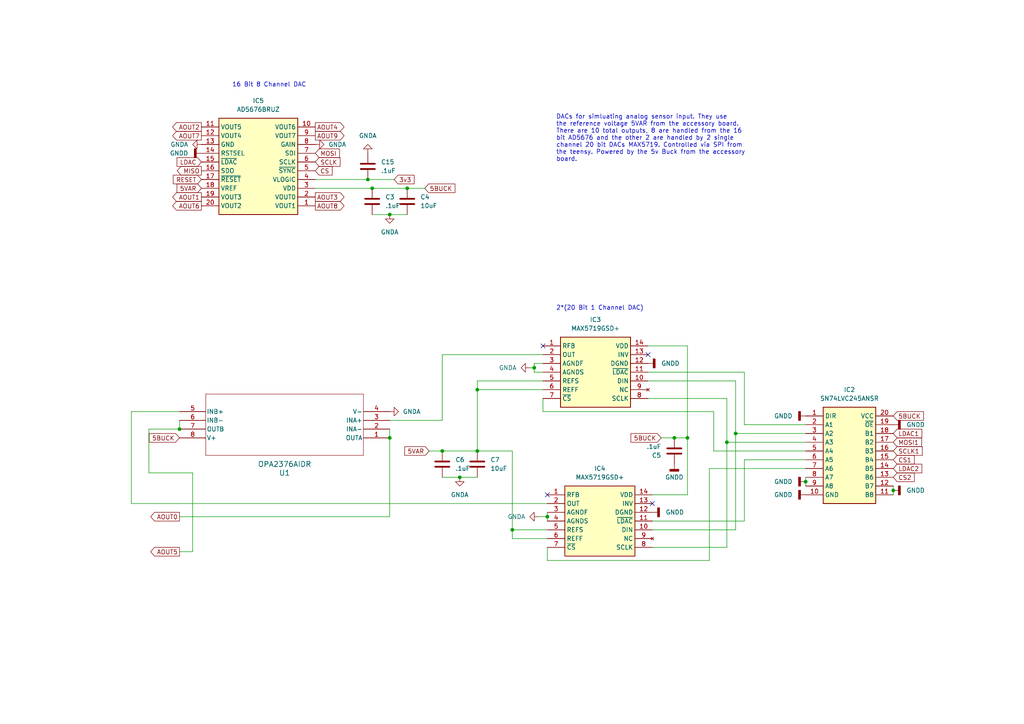
<source format=kicad_sch>
(kicad_sch (version 20231120) (generator "eeschema") (generator_version "8.0")
  (paper "A4")
  (lib_symbols
    (symbol "Device:C" (pin_numbers hide) (pin_names (offset 0.254))
      (property "Reference" "C" (at 0.635 2.54 0))
      (property "Value" "C" (at 0.635 -2.54 0))
      (symbol "C_0_1"
        (polyline (pts (xy -2.032 -0.762) (xy 2.032 -0.762)) (stroke (width 0.508)))
        (polyline (pts (xy -2.032 0.762) (xy 2.032 0.762)) (stroke (width 0.508)))
      )
      (symbol "C_1_1"
        (pin passive line (at 0 3.81 270) (length 2.794) (name "~") (number "1"))
        (pin passive line (at 0 -3.81 90) (length 2.794) (name "~") (number "2"))
      )
    )
    (symbol "accessory_test:AD5676BRUZ"
      (property "Reference" "IC" (at 29.21 7.62 0))
      (property "Value" "AD5676BRUZ" (at 29.21 5.08 0))
      (symbol "AD5676BRUZ_1_1"
        (rectangle (start 5.08 2.54) (end 27.94 -25.4) (stroke (width 0.254)) (fill (type background)))
        (pin passive line (at 0 0 0) (length 5.08) (name "VOUT1") (number "1"))
        (pin passive line (at 0 -22.86 0) (length 5.08) (name "VOUT6") (number "10"))
        (pin passive line (at 33.02 -22.86 180) (length 5.08) (name "VOUT5") (number "11"))
        (pin passive line (at 33.02 -20.32 180) (length 5.08) (name "VOUT4") (number "12"))
        (pin passive line (at 33.02 -17.78 180) (length 5.08) (name "GND") (number "13"))
        (pin passive line (at 33.02 -15.24 180) (length 5.08) (name "RSTSEL") (number "14"))
        (pin passive line (at 33.02 -12.7 180) (length 5.08) (name "~{LDAC}") (number "15"))
        (pin passive line (at 33.02 -10.16 180) (length 5.08) (name "SDO") (number "16"))
        (pin passive line (at 33.02 -7.62 180) (length 5.08) (name "~{RESET}") (number "17"))
        (pin passive line (at 33.02 -5.08 180) (length 5.08) (name "VREF") (number "18"))
        (pin passive line (at 33.02 -2.54 180) (length 5.08) (name "VOUT3") (number "19"))
        (pin passive line (at 0 -2.54 0) (length 5.08) (name "VOUT0") (number "2"))
        (pin passive line (at 33.02 0 180) (length 5.08) (name "VOUT2") (number "20"))
        (pin passive line (at 0 -5.08 0) (length 5.08) (name "VDD") (number "3"))
        (pin passive line (at 0 -7.62 0) (length 5.08) (name "VLOGIC") (number "4"))
        (pin passive line (at 0 -10.16 0) (length 5.08) (name "~{SYNC}") (number "5"))
        (pin passive line (at 0 -12.7 0) (length 5.08) (name "SCLK") (number "6"))
        (pin passive line (at 0 -15.24 0) (length 5.08) (name "SDI") (number "7"))
        (pin passive line (at 0 -17.78 0) (length 5.08) (name "GAIN") (number "8"))
        (pin passive line (at 0 -20.32 0) (length 5.08) (name "VOUT7") (number "9"))
      )
    )
    (symbol "accessory_test:MAX5719GSD+"
      (property "Reference" "IC" (at 26.67 7.62 0))
      (property "Value" "MAX5719GSD+" (at 26.67 5.08 0))
      (symbol "MAX5719GSD+_1_1"
        (rectangle (start 5.08 2.54) (end 25.4 -17.78) (stroke (width 0.254)) (fill (type background)))
        (pin passive line (at 0 0 0) (length 5.08) (name "RFB") (number "1"))
        (pin passive line (at 30.48 -10.16 180) (length 5.08) (name "DIN") (number "10"))
        (pin passive line (at 30.48 -7.62 180) (length 5.08) (name "~{LDAC}") (number "11"))
        (pin passive line (at 30.48 -5.08 180) (length 5.08) (name "DGND") (number "12"))
        (pin passive line (at 30.48 -2.54 180) (length 5.08) (name "INV") (number "13"))
        (pin passive line (at 30.48 0 180) (length 5.08) (name "VDD") (number "14"))
        (pin passive line (at 0 -2.54 0) (length 5.08) (name "OUT") (number "2"))
        (pin passive line (at 0 -5.08 0) (length 5.08) (name "AGNDF") (number "3"))
        (pin passive line (at 0 -7.62 0) (length 5.08) (name "AGNDS") (number "4"))
        (pin passive line (at 0 -10.16 0) (length 5.08) (name "REFS") (number "5"))
        (pin passive line (at 0 -12.7 0) (length 5.08) (name "REFF") (number "6"))
        (pin passive line (at 0 -15.24 0) (length 5.08) (name "~{CS}") (number "7"))
        (pin passive line (at 30.48 -15.24 180) (length 5.08) (name "SCLK") (number "8"))
        (pin no_connect line (at 30.48 -12.7 180) (length 5.08) (name "NC") (number "9"))
      )
    )
    (symbol "accessory_test:OPA2376AIDR" (pin_names (offset 0.254))
      (property "Reference" "U" (at 30.48 10.16 0))
      (property "Value" "OPA2376AIDR" (at 30.48 7.62 0))
      (symbol "OPA2376AIDR_0_1"
        (polyline (pts (xy 7.62 -12.7) (xy 53.34 -12.7)) (stroke (width 0.127)))
        (polyline (pts (xy 7.62 5.08) (xy 7.62 -12.7)) (stroke (width 0.127)))
        (polyline (pts (xy 53.34 -12.7) (xy 53.34 5.08)) (stroke (width 0.127)))
        (polyline (pts (xy 53.34 5.08) (xy 7.62 5.08)) (stroke (width 0.127)))
        (pin output line (at 0 0 0) (length 7.62) (name "OUTA") (number "1"))
        (pin input line (at 0 -2.54 0) (length 7.62) (name "INA-") (number "2"))
        (pin input line (at 0 -5.08 0) (length 7.62) (name "INA+") (number "3"))
        (pin power_in line (at 0 -7.62 0) (length 7.62) (name "V-") (number "4"))
        (pin input line (at 60.96 -7.62 180) (length 7.62) (name "INB+") (number "5"))
        (pin input line (at 60.96 -5.08 180) (length 7.62) (name "INB-") (number "6"))
        (pin output line (at 60.96 -2.54 180) (length 7.62) (name "OUTB") (number "7"))
        (pin power_in line (at 60.96 0 180) (length 7.62) (name "V+") (number "8"))
      )
    )
    (symbol "accessory_test:SN74LVC245ANSR"
      (property "Reference" "IC" (at 21.59 7.62 0))
      (property "Value" "SN74LVC245ANSR" (at 21.59 5.08 0))
      (symbol "SN74LVC245ANSR_1_1"
        (rectangle (start 5.08 2.54) (end 20.32 -25.4) (stroke (width 0.254)) (fill (type background)))
        (pin input line (at 0 0 0) (length 5.08) (name "DIR") (number "1"))
        (pin power_in line (at 0 -22.86 0) (length 5.08) (name "GND") (number "10"))
        (pin bidirectional line (at 25.4 -22.86 180) (length 5.08) (name "B8") (number "11"))
        (pin bidirectional line (at 25.4 -20.32 180) (length 5.08) (name "B7") (number "12"))
        (pin bidirectional line (at 25.4 -17.78 180) (length 5.08) (name "B6") (number "13"))
        (pin bidirectional line (at 25.4 -15.24 180) (length 5.08) (name "B5") (number "14"))
        (pin bidirectional line (at 25.4 -12.7 180) (length 5.08) (name "B4") (number "15"))
        (pin bidirectional line (at 25.4 -10.16 180) (length 5.08) (name "B3") (number "16"))
        (pin bidirectional line (at 25.4 -7.62 180) (length 5.08) (name "B2") (number "17"))
        (pin bidirectional line (at 25.4 -5.08 180) (length 5.08) (name "B1") (number "18"))
        (pin input line (at 25.4 -2.54 180) (length 5.08) (name "~{OE}") (number "19"))
        (pin bidirectional line (at 0 -2.54 0) (length 5.08) (name "A1") (number "2"))
        (pin power_in line (at 25.4 0 180) (length 5.08) (name "VCC") (number "20"))
        (pin bidirectional line (at 0 -5.08 0) (length 5.08) (name "A2") (number "3"))
        (pin bidirectional line (at 0 -7.62 0) (length 5.08) (name "A3") (number "4"))
        (pin bidirectional line (at 0 -10.16 0) (length 5.08) (name "A4") (number "5"))
        (pin bidirectional line (at 0 -12.7 0) (length 5.08) (name "A5") (number "6"))
        (pin bidirectional line (at 0 -15.24 0) (length 5.08) (name "A6") (number "7"))
        (pin bidirectional line (at 0 -17.78 0) (length 5.08) (name "A7") (number "8"))
        (pin bidirectional line (at 0 -20.32 0) (length 5.08) (name "A8") (number "9"))
      )
    )
    (symbol "power:GNDA" (power) (pin_names (offset 0))
      (property "Value" "GNDA" (at 0 -3.81 0))
      (symbol "GNDA_0_1"
        (polyline (pts (xy 0 0) (xy 0 -1.27) (xy 1.27 -1.27) (xy 0 -2.54) (xy -1.27 -1.27) (xy 0 -1.27)))
      )
      (symbol "GNDA_1_1"
        (pin power_in line (at 0 0 270) (length 0) hide (name "GNDA") (number "1"))
      )
    )
    (symbol "power:GNDD" (power) (pin_names (offset 0))
      (property "Value" "GNDD" (at 0 -3.175 0))
      (symbol "GNDD_0_1"
        (rectangle (start -1.27 -1.524) (end 1.27 -2.032) (stroke (width 0.254)) (fill (type outline)))
        (polyline (pts (xy 0 0) (xy 0 -1.524)))
      )
      (symbol "GNDD_1_1"
        (pin power_in line (at 0 0 270) (length 0) hide (name "GNDD") (number "1"))
      )
    )
  )
  (junction (at 118.11 54.61))
  (junction (at 195.58 127))
  (junction (at 107.95 54.61))
  (junction (at 52.07 124.46))
  (junction (at 259.08 142.24))
  (junction (at 199.39 127))
  (junction (at 138.43 113.03))
  (junction (at 158.75 149.86))
  (junction (at 210.82 128.27))
  (junction (at 113.03 127))
  (junction (at 148.59 153.67))
  (junction (at 113.03 62.23))
  (junction (at 154.94 106.68))
  (junction (at 138.43 130.81))
  (junction (at 213.36 125.73))
  (junction (at 128.27 130.81))
  (junction (at 106.68 52.07))
  (junction (at 233.68 139.7))
  (junction (at 133.35 138.43))
  (no_connect (at 157.48 100.33))
  (no_connect (at 187.96 102.87))
  (no_connect (at 189.23 146.05))
  (no_connect (at 158.75 143.51))
  (wire (pts (xy 187.96 100.33) (xy 199.39 100.33)))
  (wire (pts (xy 213.36 153.67) (xy 189.23 153.67)))
  (wire (pts (xy 207.01 119.38) (xy 157.48 119.38)))
  (wire (pts (xy 213.36 125.73) (xy 213.36 153.67)))
  (wire (pts (xy 158.75 156.21) (xy 148.59 156.21)))
  (wire (pts (xy 210.82 158.75) (xy 189.23 158.75)))
  (wire (pts (xy 233.68 125.73) (xy 213.36 125.73)))
  (wire (pts (xy 154.94 106.68) (xy 154.94 107.95)))
  (wire (pts (xy 133.35 138.43) (xy 138.43 138.43)))
  (wire (pts (xy 215.9 107.95) (xy 187.96 107.95)))
  (wire (pts (xy 158.75 146.05) (xy 38.1 146.05)))
  (wire (pts (xy 259.08 142.24) (xy 259.08 143.51)))
  (wire (pts (xy 157.48 110.49) (xy 138.43 110.49)))
  (wire (pts (xy 43.18 124.46) (xy 52.07 124.46)))
  (wire (pts (xy 55.88 160.02) (xy 55.88 137.16)))
  (wire (pts (xy 233.68 140.97) (xy 233.68 139.7)))
  (wire (pts (xy 128.27 138.43) (xy 133.35 138.43)))
  (wire (pts (xy 148.59 153.67) (xy 148.59 130.81)))
  (wire (pts (xy 124.46 130.81) (xy 128.27 130.81)))
  (wire (pts (xy 114.3 52.07) (xy 106.68 52.07)))
  (wire (pts (xy 215.9 151.13) (xy 189.23 151.13)))
  (wire (pts (xy 118.11 54.61) (xy 123.19 54.61)))
  (wire (pts (xy 189.23 143.51) (xy 199.39 143.51)))
  (wire (pts (xy 191.77 127) (xy 195.58 127)))
  (wire (pts (xy 213.36 110.49) (xy 187.96 110.49)))
  (wire (pts (xy 233.68 128.27) (xy 210.82 128.27)))
  (wire (pts (xy 157.48 105.41) (xy 154.94 105.41)))
  (wire (pts (xy 148.59 153.67) (xy 158.75 153.67)))
  (wire (pts (xy 205.74 135.89) (xy 205.74 162.56)))
  (wire (pts (xy 158.75 149.86) (xy 158.75 151.13)))
  (wire (pts (xy 233.68 130.81) (xy 207.01 130.81)))
  (wire (pts (xy 199.39 100.33) (xy 199.39 127)))
  (wire (pts (xy 210.82 115.57) (xy 187.96 115.57)))
  (wire (pts (xy 210.82 128.27) (xy 210.82 158.75)))
  (wire (pts (xy 128.27 130.81) (xy 138.43 130.81)))
  (wire (pts (xy 154.94 107.95) (xy 157.48 107.95)))
  (wire (pts (xy 158.75 149.86) (xy 158.75 148.59)))
  (wire (pts (xy 233.68 139.7) (xy 233.68 138.43)))
  (wire (pts (xy 158.75 162.56) (xy 158.75 158.75)))
  (wire (pts (xy 213.36 125.73) (xy 213.36 110.49)))
  (wire (pts (xy 233.68 123.19) (xy 215.9 123.19)))
  (wire (pts (xy 55.88 137.16) (xy 43.18 137.16)))
  (wire (pts (xy 52.07 160.02) (xy 55.88 160.02)))
  (wire (pts (xy 156.21 149.86) (xy 158.75 149.86)))
  (wire (pts (xy 153.67 106.68) (xy 154.94 106.68)))
  (wire (pts (xy 210.82 128.27) (xy 210.82 115.57)))
  (wire (pts (xy 113.03 127) (xy 113.03 149.86)))
  (wire (pts (xy 52.07 121.92) (xy 52.07 124.46)))
  (wire (pts (xy 38.1 119.38) (xy 52.07 119.38)))
  (wire (pts (xy 207.01 130.81) (xy 207.01 119.38)))
  (wire (pts (xy 199.39 127) (xy 195.58 127)))
  (wire (pts (xy 199.39 143.51) (xy 199.39 127)))
  (wire (pts (xy 138.43 110.49) (xy 138.43 113.03)))
  (wire (pts (xy 128.27 121.92) (xy 113.03 121.92)))
  (wire (pts (xy 158.75 162.56) (xy 205.74 162.56)))
  (wire (pts (xy 233.68 135.89) (xy 205.74 135.89)))
  (wire (pts (xy 138.43 113.03) (xy 138.43 130.81)))
  (wire (pts (xy 107.95 62.23) (xy 113.03 62.23)))
  (wire (pts (xy 43.18 137.16) (xy 43.18 124.46)))
  (wire (pts (xy 107.95 54.61) (xy 118.11 54.61)))
  (wire (pts (xy 154.94 105.41) (xy 154.94 106.68)))
  (wire (pts (xy 38.1 146.05) (xy 38.1 119.38)))
  (wire (pts (xy 91.44 54.61) (xy 107.95 54.61)))
  (wire (pts (xy 138.43 113.03) (xy 157.48 113.03)))
  (wire (pts (xy 157.48 119.38) (xy 157.48 115.57)))
  (wire (pts (xy 113.03 149.86) (xy 52.07 149.86)))
  (wire (pts (xy 215.9 133.35) (xy 215.9 151.13)))
  (wire (pts (xy 106.68 52.07) (xy 91.44 52.07)))
  (wire (pts (xy 138.43 130.81) (xy 148.59 130.81)))
  (wire (pts (xy 113.03 62.23) (xy 118.11 62.23)))
  (wire (pts (xy 259.08 142.24) (xy 259.08 140.97)))
  (wire (pts (xy 113.03 124.46) (xy 113.03 127)))
  (wire (pts (xy 233.68 133.35) (xy 215.9 133.35)))
  (wire (pts (xy 157.48 102.87) (xy 128.27 102.87)))
  (wire (pts (xy 215.9 123.19) (xy 215.9 107.95)))
  (wire (pts (xy 148.59 156.21) (xy 148.59 153.67)))
  (wire (pts (xy 128.27 102.87) (xy 128.27 121.92)))
  (text "16 Bit 8 Channel DAC" (at 67.31 25.4 0) (effects (font (size 1.27 1.27)) (justify left bottom)))
  (text "2*(20 Bit 1 Channel DAC)" (at 161.29 90.17 0) (effects (font (size 1.27 1.27)) (justify left bottom)))
  (text "DACs for simluating analog sensor input. They use\nthe reference voltage 5VAR from the accessory board.\nThere are 10 total outputs, 8 are handled from the 16\nbit AD5676 and the other 2 are handled by 2 single\nchannel 20 bit DACs MAX5719. Controlled via SPI from\nthe teensy. Powered by the 5v Buck from the accessory\nboard." (at 161.29 46.99 0) (effects (font (size 1.27 1.27)) (justify left bottom)))
  (global_label "CS1" (shape input) (at 259.08 133.35 0) (property "Intersheetrefs" "${INTERSHEET_REFS}" (effects (hide yes))))
  (global_label "5BUCK" (shape input) (at 123.19 54.61 0) (property "Intersheetrefs" "${INTERSHEET_REFS}" (effects (hide yes))))
  (global_label "AOUT4" (shape output) (at 91.44 36.83 0) (property "Intersheetrefs" "${INTERSHEET_REFS}" (effects (hide yes))))
  (global_label "AOUT3" (shape output) (at 91.44 57.15 0) (property "Intersheetrefs" "${INTERSHEET_REFS}" (effects (hide yes))))
  (global_label "CS2" (shape input) (at 259.08 138.43 0) (property "Intersheetrefs" "${INTERSHEET_REFS}" (effects (hide yes))))
  (global_label "AOUT5" (shape output) (at 52.07 160.02 180) (property "Intersheetrefs" "${INTERSHEET_REFS}" (effects (hide yes))))
  (global_label "AOUT9" (shape output) (at 91.44 39.37 0) (property "Intersheetrefs" "${INTERSHEET_REFS}" (effects (hide yes))))
  (global_label "SCLK" (shape input) (at 91.44 46.99 0) (property "Intersheetrefs" "${INTERSHEET_REFS}" (effects (hide yes))))
  (global_label "MOSI" (shape input) (at 91.44 44.45 0) (property "Intersheetrefs" "${INTERSHEET_REFS}" (effects (hide yes))))
  (global_label "AOUT6" (shape output) (at 58.42 59.69 180) (property "Intersheetrefs" "${INTERSHEET_REFS}" (effects (hide yes))))
  (global_label "5BUCK" (shape input) (at 52.07 127 180) (property "Intersheetrefs" "${INTERSHEET_REFS}" (effects (hide yes))))
  (global_label "LDAC1" (shape input) (at 259.08 125.73 0) (property "Intersheetrefs" "${INTERSHEET_REFS}" (effects (hide yes))))
  (global_label "MOSI1" (shape input) (at 259.08 128.27 0) (property "Intersheetrefs" "${INTERSHEET_REFS}" (effects (hide yes))))
  (global_label "CS" (shape input) (at 91.44 49.53 0) (property "Intersheetrefs" "${INTERSHEET_REFS}" (effects (hide yes))))
  (global_label "AOUT0" (shape output) (at 52.07 149.86 180) (property "Intersheetrefs" "${INTERSHEET_REFS}" (effects (hide yes))))
  (global_label "AOUT8" (shape output) (at 91.44 59.69 0) (property "Intersheetrefs" "${INTERSHEET_REFS}" (effects (hide yes))))
  (global_label "MISO" (shape output) (at 58.42 49.53 180) (property "Intersheetrefs" "${INTERSHEET_REFS}" (effects (hide yes))))
  (global_label "AOUT7" (shape output) (at 58.42 39.37 180) (property "Intersheetrefs" "${INTERSHEET_REFS}" (effects (hide yes))))
  (global_label "3v3" (shape input) (at 114.3 52.07 0) (property "Intersheetrefs" "${INTERSHEET_REFS}" (effects (hide yes))))
  (global_label "AOUT2" (shape output) (at 58.42 36.83 180) (property "Intersheetrefs" "${INTERSHEET_REFS}" (effects (hide yes))))
  (global_label "AOUT1" (shape output) (at 58.42 57.15 180) (property "Intersheetrefs" "${INTERSHEET_REFS}" (effects (hide yes))))
  (global_label "LDAC" (shape input) (at 58.42 46.99 180) (property "Intersheetrefs" "${INTERSHEET_REFS}" (effects (hide yes))))
  (global_label "5BUCK" (shape input) (at 259.08 120.65 0) (property "Intersheetrefs" "${INTERSHEET_REFS}" (effects (hide yes))))
  (global_label "5VAR" (shape input) (at 58.42 54.61 180) (property "Intersheetrefs" "${INTERSHEET_REFS}" (effects (hide yes))))
  (global_label "SCLK1" (shape input) (at 259.08 130.81 0) (property "Intersheetrefs" "${INTERSHEET_REFS}" (effects (hide yes))))
  (global_label "5BUCK" (shape input) (at 191.77 127 180) (property "Intersheetrefs" "${INTERSHEET_REFS}" (effects (hide yes))))
  (global_label "RESET" (shape input) (at 58.42 52.07 180) (property "Intersheetrefs" "${INTERSHEET_REFS}" (effects (hide yes))))
  (global_label "5VAR" (shape input) (at 124.46 130.81 180) (property "Intersheetrefs" "${INTERSHEET_REFS}" (effects (hide yes))))
  (global_label "LDAC2" (shape input) (at 259.08 135.89 0) (property "Intersheetrefs" "${INTERSHEET_REFS}" (effects (hide yes))))
  (symbol (lib_id "power:GNDA") (at 91.44 41.91 90) (unit 1)
    (property "Reference" "#PWR016" (effects (hide yes)))
    (property "Value" "GNDA" (at 95.25 41.91 90) (effects (justify right)))
  )
  (symbol (lib_id "Device:C") (at 195.58 130.81 180) (unit 1)
    (property "Reference" "C5" (at 191.77 132.08 0) (effects (justify left)))
    (property "Value" ".1uF" (at 191.77 129.54 0) (effects (justify left)))
    (property "Footprint" "Capacitor_SMD:C_0603_1608Metric" (effects (hide yes)))
  )
  (symbol (lib_id "Device:C") (at 138.43 134.62 0) (unit 1)
    (property "Reference" "C7" (at 142.24 133.35 0) (effects (justify left)))
    (property "Value" "10uF" (at 142.24 135.89 0) (effects (justify left)))
    (property "Footprint" "Capacitor_SMD:C_0603_1608Metric" (effects (hide yes)))
  )
  (symbol (lib_id "Device:C") (at 107.95 58.42 0) (unit 1)
    (property "Reference" "C3" (at 111.76 57.15 0) (effects (justify left)))
    (property "Value" ".1uF" (at 111.76 59.69 0) (effects (justify left)))
    (property "Footprint" "Capacitor_SMD:C_0603_1608Metric" (effects (hide yes)))
  )
  (symbol (lib_id "power:GNDA") (at 106.68 44.45 180) (unit 1)
    (property "Reference" "#PWR034" (effects (hide yes)))
    (property "Value" "GNDA" (at 106.68 39.37 0))
  )
  (symbol (lib_id "power:GNDD") (at 233.68 139.7 270) (unit 1)
    (property "Reference" "#PWR029" (effects (hide yes)))
    (property "Value" "GNDD" (at 229.87 139.6999 90) (effects (justify right)))
  )
  (symbol (lib_id "power:GNDD") (at 259.08 123.19 90) (unit 1)
    (property "Reference" "#PWR020" (effects (hide yes)))
    (property "Value" "GNDD" (at 262.89 123.19 90) (effects (justify right)))
  )
  (symbol (lib_id "power:GNDD") (at 259.08 142.24 90) (unit 1)
    (property "Reference" "#PWR025" (effects (hide yes)))
    (property "Value" "GNDD" (at 262.89 142.2399 90) (effects (justify right)))
  )
  (symbol (lib_id "power:GNDA") (at 156.21 149.86 270) (unit 1)
    (property "Reference" "#PWR08" (effects (hide yes)))
    (property "Value" "GNDA" (at 152.4 149.86 90) (effects (justify right)))
  )
  (symbol (lib_id "accessory_test:OPA2376AIDR") (at 113.03 127 180) (unit 1)
    (property "Reference" "U1" (at 82.55 137.16 0) (effects (font (size 1.524 1.524))))
    (property "Value" "OPA2376AIDR" (at 82.55 134.62 0) (effects (font (size 1.524 1.524))))
    (property "Footprint" "accessory_test:OPA2376AIDR" (effects (hide yes)))
    (property "Datasheet" "OPA2376AIDR" (effects (hide yes)))
  )
  (symbol (lib_id "power:GNDD") (at 58.42 44.45 270) (unit 1)
    (property "Reference" "#PWR018" (effects (hide yes)))
    (property "Value" "GNDD" (at 54.61 44.45 90) (effects (justify right)))
  )
  (symbol (lib_id "accessory_test:MAX5719GSD+") (at 158.75 143.51 0) (unit 1)
    (property "Reference" "IC4" (at 173.99 135.89 0))
    (property "Value" "MAX5719GSD+" (at 173.99 138.43 0))
    (property "Footprint" "accessory_test:MAX5719" (effects (hide yes)))
    (property "Datasheet" "https://componentsearchengine.com/Datasheets/2/MAX5719GSD+.pdf" (effects (hide yes)))
    (property "Description" "20-Bit Voltage DAC 5V 50MHz SPI SOIC14" (effects (hide yes)))
    (property "Height" "1.75" (effects (hide yes)))
    (property "Mouser Part Number" "700-MAX5719GSD+" (effects (hide yes)))
    (property "Mouser Price/Stock" "https://www.mouser.co.uk/ProductDetail/Maxim-Integrated/MAX5719GSD%2b?qs=AfeIN4OqR0AnoTrmfGA2Mg%3D%3D" (effects (hide yes)))
    (property "Manufacturer_Name" "Analog Devices" (effects (hide yes)))
    (property "Manufacturer_Part_Number" "MAX5719GSD+" (effects (hide yes)))
  )
  (symbol (lib_id "accessory_test:SN74LVC245ANSR") (at 233.68 120.65 0) (unit 1)
    (property "Reference" "IC2" (at 246.38 113.03 0))
    (property "Value" "SN74LVC245ANSR" (at 246.38 115.57 0))
    (property "Footprint" "accessory_test:SN74LVC245ANSR" (effects (hide yes)))
    (property "Datasheet" "http://www.ti.com/lit/gpn/sn74lvc245a" (effects (hide yes)))
    (property "Description" "Octal Bus Transceiver With 3-State Outputs" (effects (hide yes)))
    (property "Height" "2" (effects (hide yes)))
    (property "Mouser Part Number" "595-SN74LVC245ANSR" (effects (hide yes)))
    (property "Mouser Price/Stock" "https://www.mouser.co.uk/ProductDetail/Texas-Instruments/SN74LVC245ANSR?qs=LfG3tU9ud8A%2FDA1e1%2FTzkQ%3D%3D" (effects (hide yes)))
    (property "Manufacturer_Name" "Texas Instruments" (effects (hide yes)))
    (property "Manufacturer_Part_Number" "SN74LVC245ANSR" (effects (hide yes)))
  )
  (symbol (lib_id "Device:C") (at 106.68 48.26 0) (unit 1)
    (property "Reference" "C15" (at 110.49 46.99 0) (effects (justify left)))
    (property "Value" ".1uF" (at 110.49 49.53 0) (effects (justify left)))
    (property "Footprint" "Capacitor_SMD:C_0603_1608Metric" (effects (hide yes)))
  )
  (symbol (lib_id "power:GNDD") (at 233.68 143.51 270) (unit 1)
    (property "Reference" "#PWR023" (effects (hide yes)))
    (property "Value" "GNDD" (at 229.87 143.5099 90) (effects (justify right)))
  )
  (symbol (lib_id "power:GNDA") (at 113.03 119.38 90) (unit 1)
    (property "Reference" "#PWR032" (effects (hide yes)))
    (property "Value" "GNDA" (at 116.84 119.3801 90) (effects (justify right)))
  )
  (symbol (lib_id "power:GNDD") (at 187.96 105.41 90) (unit 1)
    (property "Reference" "#PWR06" (effects (hide yes)))
    (property "Value" "GNDD" (at 191.77 105.41 90) (effects (justify right)))
  )
  (symbol (lib_id "Device:C") (at 128.27 134.62 0) (unit 1)
    (property "Reference" "C6" (at 132.08 133.35 0) (effects (justify left)))
    (property "Value" ".1uF" (at 132.08 135.89 0) (effects (justify left)))
    (property "Footprint" "Capacitor_SMD:C_0603_1608Metric" (effects (hide yes)))
  )
  (symbol (lib_id "accessory_test:MAX5719GSD+") (at 157.48 100.33 0) (unit 1)
    (property "Reference" "IC3" (at 172.72 92.71 0))
    (property "Value" "MAX5719GSD+" (at 172.72 95.25 0))
    (property "Footprint" "accessory_test:MAX5719" (effects (hide yes)))
    (property "Datasheet" "https://componentsearchengine.com/Datasheets/2/MAX5719GSD+.pdf" (effects (hide yes)))
    (property "Description" "20-Bit Voltage DAC 5V 50MHz SPI SOIC14" (effects (hide yes)))
    (property "Height" "1.75" (effects (hide yes)))
    (property "Mouser Part Number" "700-MAX5719GSD+" (effects (hide yes)))
    (property "Mouser Price/Stock" "https://www.mouser.co.uk/ProductDetail/Maxim-Integrated/MAX5719GSD%2b?qs=AfeIN4OqR0AnoTrmfGA2Mg%3D%3D" (effects (hide yes)))
    (property "Manufacturer_Name" "Analog Devices" (effects (hide yes)))
    (property "Manufacturer_Part_Number" "MAX5719GSD+" (effects (hide yes)))
  )
  (symbol (lib_id "power:GNDA") (at 58.42 41.91 270) (unit 1)
    (property "Reference" "#PWR015" (effects (hide yes)))
    (property "Value" "GNDA" (at 54.61 41.91 90) (effects (justify right)))
  )
  (symbol (lib_id "power:GNDD") (at 189.23 148.59 90) (unit 1)
    (property "Reference" "#PWR017" (effects (hide yes)))
    (property "Value" "GNDD" (at 193.04 148.59 90) (effects (justify right)))
  )
  (symbol (lib_id "power:GNDD") (at 195.58 134.62 0) (unit 1)
    (property "Reference" "#PWR038" (effects (hide yes)))
    (property "Value" "GNDD" (at 195.58 138.43 0))
  )
  (symbol (lib_id "Device:C") (at 118.11 58.42 0) (unit 1)
    (property "Reference" "C4" (at 121.92 57.15 0) (effects (justify left)))
    (property "Value" "10uF" (at 121.92 59.69 0) (effects (justify left)))
    (property "Footprint" "Capacitor_SMD:C_0603_1608Metric" (effects (hide yes)))
  )
  (symbol (lib_id "power:GNDA") (at 133.35 138.43 0) (unit 1)
    (property "Reference" "#PWR04" (effects (hide yes)))
    (property "Value" "GNDA" (at 133.35 143.51 0))
  )
  (symbol (lib_id "power:GNDA") (at 153.67 106.68 270) (unit 1)
    (property "Reference" "#PWR014" (effects (hide yes)))
    (property "Value" "GNDA" (at 149.86 106.68 90) (effects (justify right)))
  )
  (symbol (lib_id "accessory_test:AD5676BRUZ") (at 91.44 59.69 180) (unit 1)
    (property "Reference" "IC5" (at 74.93 29.21 0))
    (property "Value" "AD5676BRUZ" (at 74.93 31.75 0))
    (property "Footprint" "accessory_test:AD5676" (effects (hide yes)))
    (property "Datasheet" "https://www.analog.com/AD5676/datasheet" (effects (hide yes)))
    (property "Description" "High performance  High relative accuracy (INL): +/-3 LSB maximum at 16 bits  Total unadjusted error (TUE): +/-0.14% of FSR maximum  Offset error: +/-1.5 mV maximum  Gain error: +/-0.06% of FSR maximum  Wide operating ranges  40C to +125C temperature range  2.7 V to 5.5 V power supply  Easy implementation  User selectable gain of 1 or 2 (GAIN pin/gain bit)  Reset to zero scale or midscale (RSTSEL pin)  1.8 V logic compatibility  50 MHz SPI with readback or daisy chain  20-lead, TSSOP and" (effects (hide yes)))
    (property "Height" "1.2" (effects (hide yes)))
    (property "Mouser Part Number" "584-AD5676BRUZ" (effects (hide yes)))
    (property "Mouser Price/Stock" "https://www.mouser.co.uk/ProductDetail/Analog-Devices/AD5676BRUZ?qs=wFnXgzJ2EGOPYiGYxEQKHA%3D%3D" (effects (hide yes)))
    (property "Manufacturer_Name" "Analog Devices" (effects (hide yes)))
    (property "Manufacturer_Part_Number" "AD5676BRUZ" (effects (hide yes)))
  )
  (symbol (lib_id "power:GNDD") (at 233.68 120.65 270) (unit 1)
    (property "Reference" "#PWR022" (effects (hide yes)))
    (property "Value" "GNDD" (at 229.87 120.6499 90) (effects (justify right)))
  )
  (symbol (lib_id "power:GNDA") (at 113.03 62.23 0) (unit 1)
    (property "Reference" "#PWR07" (effects (hide yes)))
    (property "Value" "GNDA" (at 113.03 67.31 0))
  )
)
</source>
